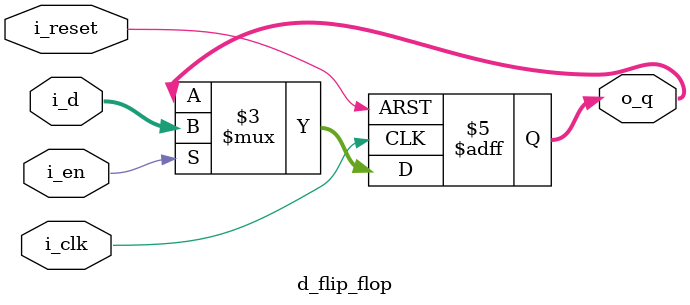
<source format=sv>
module d_flip_flop #(
	parameter DATA_WIDTH = 32
)(
	input  wire						i_clk,
	input  wire						i_reset,
	input  wire						i_en,
	input  wire [DATA_WIDTH-1:0] 	i_d,
	output reg  [DATA_WIDTH-1:0] 		o_q
);
	always @(posedge i_clk or negedge i_reset) begin
        if (!i_reset) begin
            o_q <= 32'b0;       // Asynchronous reset clears output
        end else if (i_en) begin
            o_q <= i_d;         // Load new data on clock edge if enabled
        end
    end
endmodule
</source>
